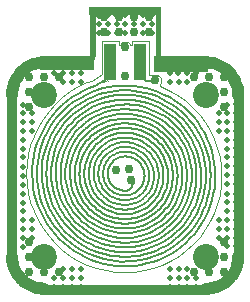
<source format=gbr>
G04 EAGLE Gerber RS-274X export*
G75*
%MOMM*%
%FSLAX34Y34*%
%LPD*%
%INBottom Copper*%
%IPPOS*%
%AMOC8*
5,1,8,0,0,1.08239X$1,22.5*%
G01*
%ADD10C,2.199994*%
%ADD11C,0.500000*%
%ADD12R,1.020000X3.169994*%
%ADD13R,0.411500X3.834094*%
%ADD14R,6.098288X0.638100*%
%ADD15R,0.609100X4.307194*%
%ADD16R,4.698994X1.236800*%
%ADD17R,0.949700X14.511069*%
%ADD18R,14.309775X0.825400*%
%ADD19R,0.953900X14.332375*%
%ADD20R,4.698988X1.338597*%
%ADD21C,0.000000*%
%ADD22C,0.200000*%
%ADD23C,0.999997*%
%ADD24C,0.756400*%


D10*
X137128Y137128D03*
X137128Y0D03*
X0Y0D03*
X0Y137128D03*
D11*
X53858Y189187D03*
X46406Y189128D03*
X61310Y189247D03*
X61191Y204151D03*
X61251Y196699D03*
X46287Y204032D03*
X46346Y196580D03*
X53798Y196639D03*
X53739Y204092D03*
X68762Y189307D03*
X68702Y196759D03*
X76155Y196818D03*
X76214Y189366D03*
X76095Y204270D03*
X68643Y204211D03*
X83666Y189426D03*
X83607Y196878D03*
X91059Y196938D03*
X91118Y189486D03*
X90999Y204390D03*
X83547Y204330D03*
X113622Y162586D03*
X106172Y162586D03*
X106234Y155194D03*
X106295Y147801D03*
X113745Y147801D03*
X121195Y147801D03*
X113684Y155194D03*
X121072Y162586D03*
X121134Y155194D03*
X128584Y155194D03*
X128522Y162586D03*
X135972Y162586D03*
X15932Y147801D03*
X908Y162586D03*
X8420Y155194D03*
X23381Y147801D03*
X30832Y147801D03*
X23320Y155194D03*
X15870Y155194D03*
X15808Y162586D03*
X8358Y162586D03*
X23258Y162586D03*
X30708Y162586D03*
X30770Y155194D03*
X-10672Y15932D03*
X-25457Y908D03*
X-18065Y8420D03*
X-10672Y23381D03*
X-10672Y30832D03*
X-18065Y23320D03*
X-18065Y15870D03*
X-25457Y15808D03*
X-25457Y8358D03*
X-25457Y23258D03*
X-25457Y30708D03*
X-18065Y30770D03*
X-18065Y38220D03*
X-25457Y38158D03*
X-25457Y45608D03*
X-18065Y45670D03*
X-18065Y53120D03*
X-25457Y53058D03*
X-25457Y60508D03*
X-18065Y60570D03*
X-18065Y68020D03*
X-25457Y67958D03*
X-25457Y75408D03*
X-18065Y75470D03*
X-25457Y135972D03*
X-25457Y128522D03*
X-18065Y128584D03*
X-18065Y121134D03*
X-25457Y121072D03*
X-18065Y113684D03*
X-10672Y121195D03*
X-10672Y113745D03*
X-10672Y106295D03*
X-18065Y106234D03*
X-25457Y106172D03*
X-25457Y98722D03*
X-18065Y98784D03*
X-18065Y91334D03*
X-25457Y91272D03*
X-25457Y83822D03*
X-18065Y83884D03*
X-25457Y113622D03*
X147801Y121195D03*
X162586Y136219D03*
X155194Y128707D03*
X147801Y113745D03*
X147801Y106295D03*
X155194Y113807D03*
X155194Y121257D03*
X162586Y121319D03*
X162586Y128769D03*
X162586Y113869D03*
X162586Y106419D03*
X155194Y106357D03*
X155194Y98907D03*
X162586Y98969D03*
X162586Y91519D03*
X155194Y91457D03*
X155194Y84007D03*
X162586Y84069D03*
X162586Y76619D03*
X155194Y76557D03*
X155194Y69107D03*
X162586Y69169D03*
X162586Y61719D03*
X155194Y61657D03*
X162586Y1155D03*
X162586Y8605D03*
X155194Y8543D03*
X155194Y15993D03*
X162586Y16055D03*
X155194Y23443D03*
X147801Y15932D03*
X147801Y23381D03*
X147801Y30832D03*
X155194Y30893D03*
X162586Y30955D03*
X162586Y38405D03*
X155194Y38343D03*
X155194Y45793D03*
X162586Y45855D03*
X162586Y53305D03*
X155194Y53243D03*
X162586Y23505D03*
X23505Y-25457D03*
X30955Y-25457D03*
X30893Y-18065D03*
X30832Y-10672D03*
X23381Y-10672D03*
X15932Y-10672D03*
X23443Y-18065D03*
X16055Y-25457D03*
X15993Y-18065D03*
X8543Y-18065D03*
X8605Y-25457D03*
X1155Y-25457D03*
X106357Y-18065D03*
X106419Y-25457D03*
X113869Y-25457D03*
X128769Y-25457D03*
X121319Y-25457D03*
X121257Y-18065D03*
X113807Y-18065D03*
X106295Y-10672D03*
X113745Y-10672D03*
X128707Y-18065D03*
X136219Y-25457D03*
X121195Y-10672D03*
D12*
X81259Y164746D03*
X55859Y164746D03*
D13*
X97001Y188079D03*
D14*
X68589Y208089D03*
D15*
X41143Y189743D03*
D16*
X19685Y163663D03*
D17*
X-27608Y69684D03*
D18*
X67738Y-28256D03*
D19*
X164789Y67851D03*
D20*
X116205Y162902D03*
D21*
X95258Y167785D02*
X94944Y169365D01*
X95258Y167785D02*
X96153Y166445D01*
X97493Y165550D01*
X99073Y165236D01*
X137128Y165236D01*
X137269Y165264D01*
X141531Y164928D01*
X145826Y163897D01*
X149906Y162207D01*
X153672Y159899D01*
X157031Y157031D01*
X159899Y153672D01*
X162207Y149906D01*
X163897Y145826D01*
X164928Y141531D01*
X165264Y137269D01*
X165236Y137128D01*
X165236Y0D01*
X165264Y-140D01*
X164928Y-4402D01*
X163897Y-8697D01*
X162207Y-12778D01*
X159899Y-16543D01*
X157031Y-19902D01*
X153672Y-22770D01*
X149906Y-25078D01*
X145826Y-26768D01*
X141531Y-27800D01*
X137269Y-28135D01*
X137128Y-28107D01*
X0Y-28107D01*
X-140Y-28135D01*
X-4402Y-27800D01*
X-8697Y-26768D01*
X-12778Y-25078D01*
X-16543Y-22770D01*
X-19902Y-19902D01*
X-22770Y-16543D01*
X-25078Y-12778D01*
X-26768Y-8697D01*
X-27800Y-4402D01*
X-28135Y-140D01*
X-28107Y0D01*
X-28107Y137128D01*
X-28135Y137269D01*
X-27800Y141531D01*
X-26768Y145826D01*
X-25078Y149906D01*
X-22770Y153672D01*
X-19902Y157031D01*
X-16543Y159899D01*
X-12778Y162207D01*
X-8697Y163897D01*
X-4402Y164928D01*
X-140Y165264D01*
X0Y165236D01*
X38054Y165236D01*
X39634Y165550D01*
X40974Y166445D01*
X41869Y167785D01*
X42183Y169365D01*
X42183Y207250D01*
X94944Y207250D01*
X94944Y169365D01*
X88359Y182595D02*
X74159Y182595D01*
X74159Y179003D01*
X72889Y178751D01*
X72378Y179984D01*
X71112Y181250D01*
X69459Y181935D01*
X67668Y181935D01*
X66014Y181250D01*
X64748Y179984D01*
X64229Y178731D01*
X62959Y178983D01*
X62959Y182595D01*
X48759Y182595D01*
X48759Y154213D01*
X40579Y149020D01*
X36361Y147510D01*
X28944Y144003D01*
X21907Y139785D01*
X15318Y134898D01*
X9239Y129388D01*
X3729Y123309D01*
X99060Y149001D02*
X98671Y150952D01*
X95912Y153711D02*
X93961Y154099D01*
X88409Y154099D01*
X88359Y154133D01*
X88359Y182595D01*
X53059Y149155D02*
X52768Y149120D01*
X52434Y149035D01*
X50542Y150678D02*
X50276Y150427D01*
X50978Y151514D02*
X50931Y151682D01*
X50820Y151833D01*
X53674Y148957D01*
X92023Y147394D02*
X92176Y147251D01*
X92023Y147394D02*
X91860Y147521D01*
X91686Y147634D01*
X91502Y147731D01*
X91307Y147814D01*
X91101Y147881D01*
X90884Y147934D01*
X90657Y147971D01*
X90419Y147994D01*
X90170Y148001D01*
X90170Y150001D01*
X90419Y150009D01*
X90657Y150031D01*
X90884Y150069D01*
X91101Y150121D01*
X91307Y150189D01*
X91502Y150271D01*
X91686Y150369D01*
X91860Y150481D01*
X92023Y150609D01*
X92176Y150751D01*
X92176Y147251D01*
X76171Y63627D02*
X76043Y63463D01*
X75931Y63289D01*
X75833Y63104D01*
X75751Y62909D01*
X75683Y62703D02*
X75631Y62486D01*
X75593Y62259D01*
X75571Y62021D01*
X75563Y61772D01*
X73563Y61772D02*
X73556Y62021D01*
X73533Y62259D01*
X73496Y62486D01*
X73443Y62703D01*
X73376Y62909D01*
X73293Y63104D01*
X73196Y63289D01*
X73083Y63463D01*
X72956Y63627D01*
X72813Y63778D01*
X76313Y63778D01*
X76171Y63627D01*
D22*
X69325Y55799D02*
X68932Y55785D01*
X69325Y55799D02*
X69716Y55840D01*
X70103Y55908D01*
X70485Y56003D01*
X70858Y56125D01*
X71223Y56272D01*
X71576Y56444D01*
X71916Y56641D01*
X72242Y56861D01*
X72552Y57103D01*
X72844Y57366D01*
X73117Y57649D01*
X73370Y57950D01*
X73601Y58268D01*
X73809Y58601D01*
X73994Y58948D01*
X74153Y59307D01*
X74288Y59676D01*
X74396Y60054D01*
X74478Y60439D01*
X74532Y60828D01*
X74560Y61220D01*
X74563Y61416D01*
X55906Y83960D02*
X56891Y84795D01*
X55906Y83960D02*
X54982Y83058D01*
X54123Y82094D01*
X53333Y81072D01*
X52616Y79998D01*
X51976Y78877D01*
X51416Y77713D01*
X50938Y76514D01*
X50546Y75284D01*
X50240Y74029D01*
X50022Y72757D01*
X49893Y71472D01*
X49855Y70181D01*
X49906Y68891D01*
X50048Y67607D01*
X50279Y66337D01*
X50597Y65085D01*
X51002Y63859D01*
X51492Y62665D01*
X52064Y61507D01*
X52715Y60392D01*
X53443Y59325D01*
X54243Y58312D01*
X55112Y57356D02*
X56045Y56464D01*
X60329Y53606D02*
X61511Y53087D01*
X62727Y52651D01*
X63970Y52302D01*
X65234Y52040D01*
X66513Y51866D01*
X67802Y51783D01*
X69092Y51788D01*
X66766Y84687D02*
X67775Y84762D01*
X66766Y84687D02*
X65765Y84541D01*
X54397Y74201D02*
X54157Y73218D01*
X53986Y72220D01*
X53885Y71213D01*
X53855Y70201D01*
X53896Y69190D02*
X54006Y68184D01*
X54187Y67188D02*
X54437Y66208D01*
X54754Y65247D01*
X55138Y64310D01*
X55586Y63403D01*
X56097Y62529D01*
X56667Y61693D01*
X57294Y60898D01*
X57975Y60150D02*
X58707Y59450D01*
X59485Y58804D01*
X60307Y58213D01*
X61168Y57681D01*
X62064Y57210D01*
X62990Y56804D01*
X63943Y56462D01*
X64918Y56188D01*
X65908Y55983D01*
X66911Y55847D01*
X67921Y55781D01*
X68932Y55785D01*
X52143Y49309D02*
X50721Y50491D01*
X52143Y49309D02*
X53645Y48230D01*
X55219Y47257D01*
X56856Y46397D01*
X58550Y45653D01*
X60291Y45029D01*
X62072Y44528D01*
X63883Y44153D01*
X65716Y43905D01*
X67562Y43785D01*
X69411Y43794D01*
X69571Y39798D02*
X71555Y39947D01*
X73524Y40234D01*
X75467Y40657D01*
X77377Y41215D01*
X79242Y41905D01*
X81056Y42723D01*
X82807Y43666D01*
X84489Y44729D01*
X86092Y45906D01*
X87610Y47192D01*
X89034Y48581D01*
X90357Y50066D01*
X91574Y51640D01*
X92678Y53295D01*
X93664Y55023D01*
X94527Y56815D01*
X95263Y58663D01*
X95868Y60558D01*
X96340Y62490D01*
X96675Y64451D01*
X96873Y66430D01*
X96933Y68419D01*
X96853Y70407D01*
X96635Y72384D01*
X96280Y74341D01*
X95789Y76269D01*
X95165Y78158D01*
X94411Y79998D01*
X93529Y81782D01*
X92526Y83499D01*
X91405Y85143D01*
X90173Y86704D01*
X88834Y88176D01*
X87397Y89551D01*
X85866Y90822D02*
X84251Y91983D01*
X82559Y93028D01*
X80798Y93953D01*
X78976Y94753D01*
X77104Y95424D01*
X75189Y95963D01*
X73241Y96367D01*
X71270Y96634D01*
X69285Y96762D01*
X67295Y96752D01*
X70241Y51874D02*
X69092Y51788D01*
X82470Y59602D02*
X83041Y60603D01*
X83541Y61640D01*
X83967Y62710D01*
X84317Y63807D01*
X84590Y64926D01*
X76611Y82606D02*
X75592Y83142D01*
X74537Y83605D01*
X73453Y83993D01*
X72344Y84305D01*
X70679Y47898D02*
X69252Y47791D01*
X70679Y47898D02*
X72095Y48105D01*
X73493Y48409D01*
X74867Y48810D01*
X76209Y49306D01*
X77513Y49895D01*
X78773Y50573D01*
X79983Y51337D01*
X81136Y52184D01*
X82228Y53110D01*
X83252Y54109D01*
X84204Y55177D01*
X85080Y56309D01*
X85874Y57499D01*
X86583Y58742D01*
X87204Y60031D01*
X87733Y61360D01*
X88168Y62724D01*
X88508Y64114D01*
X88749Y65524D01*
X88892Y66948D01*
X88935Y68378D01*
X88877Y69808D01*
X88721Y71230D01*
X88465Y72638D01*
X88112Y74024D01*
X87663Y75383D01*
X87120Y76707D01*
X86487Y77990D01*
X85765Y79226D01*
X84959Y80408D01*
X84072Y81531D01*
X83110Y82590D01*
X82075Y83578D01*
X80975Y84493D01*
X79813Y85328D02*
X78595Y86080D01*
X77329Y86746D01*
X76019Y87321D01*
X74672Y87804D01*
X73294Y88191D01*
X71893Y88482D01*
X70475Y88674D01*
X69047Y88767D01*
X67616Y88759D01*
X67615Y88759D01*
X67455Y92756D02*
X65889Y92639D01*
X64335Y92413D01*
X62801Y92078D01*
X61293Y91638D01*
X59820Y91093D01*
X58389Y90447D01*
X57006Y89703D01*
X55678Y88864D01*
X54412Y87935D01*
X53214Y86919D01*
X52090Y85823D01*
X51045Y84650D01*
X50084Y83408D01*
X49213Y82102D01*
X48435Y80738D01*
X47753Y79323D01*
X47172Y77864D02*
X46694Y76368D01*
X46322Y74842D01*
X46057Y73294D01*
X45901Y71731D01*
X45854Y70161D01*
X45916Y68592D01*
X46088Y67031D01*
X46369Y65486D01*
X46756Y63964D01*
X47249Y62473D01*
X47845Y61020D01*
X48540Y59612D01*
X49332Y58256D01*
X50217Y56958D01*
X51190Y55725D01*
X52247Y54564D01*
X53382Y53478D01*
X54590Y52475D01*
X55865Y51558D01*
X57201Y50733D01*
X58592Y50002D01*
X60030Y49371D01*
X61508Y48841D01*
X63020Y48416D01*
X64557Y48097D01*
X66114Y47886D01*
X67681Y47785D01*
X69251Y47792D01*
X69252Y47791D01*
X69411Y43794D02*
X71117Y43922D01*
X72809Y44169D01*
X74480Y44533D01*
X76121Y45012D01*
X77725Y45605D01*
X79284Y46309D01*
X80790Y47119D01*
X82236Y48033D01*
X83614Y49045D01*
X84919Y50151D01*
X86143Y51345D01*
X87281Y52621D01*
X88327Y53974D01*
X89276Y55397D02*
X90124Y56882D01*
X90865Y58423D02*
X91498Y60011D01*
X92018Y61640D01*
X92424Y63302D01*
X92712Y64987D01*
X92882Y66689D01*
X92934Y68398D01*
X92865Y70107D01*
X92678Y71807D01*
X92373Y73490D01*
X91951Y75147D01*
X91414Y76770D01*
X90765Y78353D01*
X90008Y79886D01*
X89146Y81363D01*
X88182Y82776D01*
X87123Y84118D01*
X85972Y85383D01*
X84736Y86565D01*
X83420Y87657D01*
X75887Y91615D02*
X74241Y92078D01*
X72567Y92425D01*
X72432Y31995D02*
X69891Y31804D01*
X72432Y31995D02*
X74953Y32362D01*
X77442Y32904D01*
X79888Y33619D01*
X82277Y34502D01*
X84600Y35550D01*
X86843Y36757D01*
X88997Y38118D01*
X91050Y39626D01*
X92994Y41273D01*
X94817Y43053D01*
X96513Y44954D01*
X101853Y53597D02*
X102796Y55964D01*
X103571Y58391D01*
X104175Y60866D01*
X104604Y63377D01*
X104858Y65912D01*
X104934Y68459D01*
X104832Y71004D01*
X104553Y73537D01*
X104098Y76043D01*
X103469Y78512D01*
X102670Y80931D01*
X101704Y83289D01*
X100576Y85573D01*
X99291Y87773D01*
X97856Y89878D01*
X96277Y91877D01*
X94563Y93762D01*
X92721Y95523D01*
X90761Y97150D01*
X88693Y98637D01*
X66977Y104746D02*
X66976Y104746D01*
X72869Y28019D02*
X70050Y27807D01*
X72869Y28019D02*
X75667Y28426D01*
X78429Y29028D01*
X81142Y29821D01*
X83794Y30801D01*
X86370Y31964D01*
X88860Y33303D01*
X91250Y34814D01*
X93528Y36487D01*
X95684Y38314D01*
X97708Y40288D01*
X105515Y51989D02*
X106560Y54615D01*
X107420Y57308D01*
X108090Y60054D01*
X108567Y62841D01*
X108849Y65653D01*
X108933Y68479D01*
X108820Y71304D01*
X108511Y74114D01*
X108006Y76895D01*
X107308Y79634D01*
X106421Y82319D01*
X105349Y84934D01*
X104097Y87469D01*
X102671Y89910D01*
X101079Y92245D01*
X99327Y94464D01*
X97425Y96555D01*
X95382Y98509D01*
X93207Y100315D01*
X73308Y24044D02*
X70210Y23811D01*
X73308Y24044D02*
X76381Y24491D01*
X79416Y25153D01*
X82398Y26024D01*
X85311Y27101D01*
X88142Y28378D01*
X90877Y29850D01*
X93503Y31509D01*
X96007Y33348D01*
X98376Y35357D01*
X100600Y37525D01*
X102666Y39844D01*
X104566Y42301D01*
X112933Y68501D02*
X112809Y71604D01*
X112469Y74692D01*
X111914Y77748D01*
X111148Y80758D01*
X110173Y83707D01*
X108995Y86581D01*
X107619Y89366D01*
X106053Y92048D01*
X104303Y94614D01*
X102378Y97052D01*
X100288Y99350D01*
X98043Y101496D01*
X95654Y103481D01*
X71994Y35971D02*
X69731Y35801D01*
X71994Y35971D02*
X74238Y36298D01*
X76455Y36781D01*
X78632Y37417D01*
X80760Y38204D01*
X84825Y40212D02*
X86743Y41424D01*
X88571Y42766D01*
X90302Y44233D01*
X91925Y45817D01*
X93435Y47511D01*
X94822Y49305D01*
X96081Y51192D01*
X97206Y53162D01*
X98190Y55206D02*
X99029Y57314D01*
X99719Y59475D01*
X100257Y61679D01*
X100639Y63915D01*
X100865Y66172D01*
X100933Y68439D01*
X100842Y70706D01*
X100594Y72961D01*
X95908Y85636D02*
X94630Y87511D01*
X93224Y89291D01*
X91698Y90969D01*
X83365Y9646D02*
X79239Y8748D01*
X83365Y9646D02*
X87419Y10831D01*
X91380Y12295D01*
X95229Y14032D01*
X98947Y16033D01*
X102517Y18289D01*
X105921Y20788D01*
X109142Y23519D01*
X112165Y26468D01*
X114975Y29620D01*
X117558Y32961D01*
X119902Y36473D01*
X121995Y40141D01*
X123827Y43946D02*
X125389Y47869D01*
X126674Y51891D02*
X127675Y55994D01*
X128387Y60156D01*
X128808Y64358D01*
X128934Y68579D01*
X128765Y72799D01*
X128303Y76996D01*
X125181Y89253D02*
X123580Y93160D01*
X121710Y96946D01*
X114584Y107396D02*
X111743Y110520D01*
X108691Y113438D01*
X105442Y116137D01*
X102013Y118601D01*
X98421Y120821D01*
X94683Y122785D01*
X90816Y124483D01*
X86841Y125908D01*
X82776Y127051D01*
X78641Y127909D01*
X74456Y128475D01*
X70242Y128749D01*
X66019Y128727D01*
X66018Y128727D01*
X117857Y50568D02*
X116501Y47163D01*
X117857Y50568D02*
X118972Y54058D01*
X119840Y57618D01*
X120458Y61230D01*
X120823Y64876D01*
X110751Y99347D02*
X108480Y102223D01*
X106015Y104934D01*
X103366Y107466D01*
X100547Y109808D01*
X97572Y111947D01*
X94454Y113873D01*
X91210Y115577D01*
X87855Y117051D01*
X84405Y118287D01*
X80878Y119279D01*
X77290Y120023D01*
X73658Y120515D01*
X70002Y120752D01*
X66337Y120733D01*
X78524Y12684D02*
X74622Y12115D01*
X78524Y12684D02*
X82378Y13523D01*
X86163Y14629D01*
X106450Y26478D02*
X109273Y29232D01*
X111897Y32176D01*
X120164Y45555D02*
X121623Y49219D01*
X122822Y52976D01*
X123757Y56807D01*
X124422Y60694D01*
X124815Y64618D02*
X124933Y68560D01*
X124775Y72500D01*
X124343Y76420D01*
X123639Y80300D01*
X122666Y84122D01*
X121428Y87866D01*
X119932Y91515D01*
X118186Y95051D01*
X116197Y98457D01*
X113975Y101715D01*
X111532Y104810D01*
X108878Y107728D01*
X106027Y110453D01*
X102994Y112973D01*
X99792Y115274D01*
X96437Y117348D01*
X92945Y119181D01*
X89335Y120767D01*
X85622Y122097D01*
X81826Y123165D02*
X77964Y123966D01*
X74056Y124495D01*
X70121Y124750D01*
X66177Y124730D01*
X75498Y4163D02*
X71008Y3826D01*
X75498Y4163D02*
X79953Y4812D01*
X84352Y5770D01*
X88673Y7033D01*
X92896Y8594D01*
X97000Y10446D01*
X100964Y12579D01*
X104770Y14984D01*
X108399Y17649D01*
X111833Y20560D01*
X115056Y23703D01*
X118051Y27064D01*
X120805Y30626D01*
X123304Y34371D01*
X125535Y38281D01*
X129154Y46520D02*
X130524Y50808D01*
X131591Y55182D01*
X132351Y59620D01*
X132260Y77573D02*
X131456Y82003D01*
X130345Y86366D01*
X128932Y90640D01*
X127225Y94806D01*
X125231Y98842D01*
X117635Y109983D02*
X114605Y113314D01*
X111351Y116425D01*
X107888Y119301D01*
X104232Y121929D01*
X100402Y124296D01*
X96417Y126389D01*
X92295Y128200D01*
X88056Y129718D01*
X83723Y130938D01*
X79314Y131851D01*
X74853Y132455D01*
X70360Y132747D01*
X65858Y132724D01*
X75936Y188D02*
X71168Y-168D01*
X75936Y188D02*
X80667Y877D01*
X85339Y1895D01*
X89928Y3236D01*
X94413Y4894D01*
X98771Y6860D01*
X102981Y9126D01*
X107023Y11680D01*
X110877Y14510D01*
X114524Y17601D01*
X117947Y20940D01*
X121128Y24509D01*
X124053Y28292D01*
X126706Y32269D01*
X129076Y36422D01*
X131150Y40729D01*
X132919Y45171D02*
X134374Y49726D01*
X135507Y54371D01*
X136313Y59083D01*
X136789Y63841D01*
X136932Y68620D01*
X136741Y73397D01*
X136217Y78150D01*
X135364Y82854D01*
X134184Y87488D01*
X132683Y92027D01*
X130870Y96451D01*
X128752Y100738D01*
X126341Y104866D01*
X123647Y108817D01*
X120685Y112570D01*
X117468Y116106D01*
X114012Y119410D01*
X110334Y122465D01*
X106452Y125256D01*
X102384Y127769D01*
X98151Y129993D01*
X93774Y131915D01*
X89273Y133528D01*
X84670Y134823D01*
X79989Y135793D01*
X75251Y136435D01*
X70479Y136744D01*
X65698Y136720D01*
X73746Y20068D02*
X70370Y19814D01*
X73746Y20068D02*
X77096Y20555D01*
X80404Y21276D01*
X83653Y22225D01*
X86828Y23399D01*
X89914Y24791D01*
X92895Y26396D01*
X95757Y28204D01*
X98485Y30207D01*
X101068Y32396D01*
X103491Y34760D01*
X105743Y37287D01*
X107814Y39965D01*
X109693Y42781D01*
X111371Y45722D01*
X112840Y48772D01*
X114092Y51917D02*
X115122Y55141D01*
X115924Y58430D01*
X116495Y61767D01*
X116832Y65135D01*
X116933Y68519D01*
X116798Y71902D01*
X116428Y75266D01*
X115823Y78597D01*
X114988Y81878D01*
X113925Y85092D01*
X112641Y88224D01*
X111142Y91259D01*
X109435Y94182D01*
X107528Y96979D01*
X105430Y99637D01*
X103152Y102141D01*
X100706Y104480D01*
X98101Y106643D01*
X95353Y108619D01*
X92473Y110399D01*
X89476Y111973D01*
X86377Y113334D01*
X83190Y114476D01*
X79931Y115393D01*
X76616Y116080D01*
X73262Y116534D01*
X69884Y116753D01*
X66498Y116736D01*
X66497Y116736D01*
X52507Y118223D02*
X49201Y117001D01*
X45988Y115551D01*
X42884Y113880D01*
X39904Y111997D01*
X37063Y109911D01*
X34374Y107632D01*
X31851Y105171D01*
X29505Y102540D01*
X27349Y99751D01*
X25393Y96819D01*
X23646Y93758D01*
X22117Y90581D01*
X20813Y87307D02*
X19740Y83949D01*
X18904Y80525D01*
X18310Y77050D01*
X17959Y73543D01*
X17854Y70020D01*
X17994Y66497D01*
X18380Y62994D01*
X19010Y59526D01*
X19880Y56110D01*
X20986Y52763D02*
X22323Y49502D01*
X23884Y46341D01*
X25662Y43297D01*
X27647Y40385D01*
X29832Y37618D01*
X32203Y35011D01*
X34751Y32575D01*
X37463Y30323D01*
X40325Y28265D01*
X43323Y26412D01*
X46444Y24773D01*
X49671Y23356D01*
X52989Y22167D01*
X56383Y21212D01*
X59834Y20497D01*
X63327Y20024D01*
X66844Y19796D01*
X70369Y19813D01*
X70370Y19814D01*
X62384Y124446D02*
X66177Y124730D01*
X62384Y124446D02*
X58620Y123898D01*
X54903Y123088D01*
X44216Y119137D02*
X40866Y117335D01*
X37650Y115303D01*
X34584Y113051D01*
X31682Y110591D01*
X28959Y107935D01*
X26428Y105095D01*
X24101Y102086D01*
X21990Y98921D01*
X20104Y95617D01*
X18454Y92190D02*
X17046Y88656D01*
X15889Y85032D01*
X14988Y81336D01*
X14346Y77587D01*
X13967Y73801D01*
X13854Y69999D01*
X14006Y66198D01*
X14422Y62417D01*
X15102Y58674D01*
X16040Y54988D01*
X17234Y51376D01*
X18677Y47856D01*
X20362Y44445D01*
X22280Y41160D01*
X24423Y38017D01*
X26780Y35032D01*
X29340Y32217D01*
X32090Y29589D01*
X35016Y27158D01*
X38105Y24938D01*
X41341Y22938D01*
X44709Y21169D01*
X48192Y19639D01*
X51773Y18356D01*
X55435Y17326D01*
X59160Y16554D01*
X62929Y16043D01*
X66725Y15797D01*
X70529Y15816D01*
X70529Y15817D01*
X57906Y127833D02*
X61947Y128422D01*
X57906Y127833D02*
X53916Y126964D01*
X49997Y125819D01*
X46167Y124403D01*
X38850Y120789D02*
X35398Y118607D01*
X32107Y116191D01*
X28992Y113550D01*
X26069Y110699D01*
X23352Y107651D01*
X20855Y104421D01*
X18588Y101024D01*
X16565Y97478D02*
X14793Y93799D01*
X13283Y90005D01*
X12040Y86116D01*
X11073Y82149D02*
X10384Y78124D01*
X9977Y74061D01*
X10019Y65900D02*
X10466Y61841D01*
X11195Y57824D01*
X12203Y53867D01*
X13484Y49990D01*
X15033Y46211D01*
X16841Y42551D01*
X18901Y39025D01*
X21201Y35651D01*
X23731Y32446D01*
X26478Y29426D01*
X29430Y26604D01*
X32571Y23995D01*
X35886Y21612D01*
X39360Y19466D01*
X42975Y17567D01*
X46713Y15925D01*
X50557Y14548D01*
X54488Y13442D01*
X58486Y12613D01*
X62533Y12065D01*
X66607Y11801D01*
X70689Y11820D01*
X61508Y132398D02*
X65858Y132724D01*
X61508Y132398D02*
X57191Y131769D01*
X52929Y130841D01*
X48742Y129617D01*
X44650Y128105D01*
X40673Y126310D01*
X36832Y124243D01*
X33144Y121913D01*
X29628Y119331D01*
X26300Y116510D01*
X23177Y113464D01*
X20275Y110208D01*
X17606Y106756D02*
X15185Y103128D01*
X13023Y99339D01*
X11130Y95408D02*
X9516Y91355D01*
X8189Y87199D01*
X7155Y82961D02*
X6419Y78662D01*
X5985Y74321D01*
X5854Y69960D01*
X7285Y56973D02*
X8362Y52745D01*
X9731Y48603D01*
X11385Y44567D01*
X13317Y40656D01*
X15518Y36889D01*
X17975Y33284D01*
X20678Y29860D01*
X23613Y26633D01*
X26767Y23618D01*
X30123Y20831D01*
X33665Y18285D01*
X37376Y15992D01*
X41238Y13963D01*
X45232Y12209D01*
X49339Y10737D01*
X53538Y9556D01*
X57810Y8670D01*
X62133Y8085D01*
X66486Y7802D01*
X70848Y7824D01*
X70849Y7823D01*
X61070Y136373D02*
X65698Y136720D01*
X61070Y136373D02*
X56477Y135704D01*
X51941Y134716D01*
X47486Y133415D01*
X43132Y131805D01*
X38901Y129896D01*
X34814Y127696D01*
X30890Y125217D01*
X27149Y122470D01*
X20285Y116227D02*
X17197Y112762D01*
X14358Y109090D01*
X11782Y105229D01*
X9481Y101198D01*
X7467Y97016D02*
X5750Y92703D01*
X4338Y88282D01*
X3238Y83772D01*
X2455Y79197D01*
X2548Y60687D02*
X3377Y56120D01*
X4522Y51622D01*
X5979Y47215D01*
X7739Y42920D01*
X9795Y38759D01*
X12136Y34751D01*
X14751Y30916D01*
X17627Y27272D01*
X20750Y23839D01*
X24105Y20631D01*
X27676Y17665D01*
X31445Y14956D01*
X60632Y140349D02*
X65539Y140717D01*
X60632Y140349D02*
X55763Y139640D01*
X50955Y138593D01*
X46231Y137213D01*
X41616Y135506D01*
X37130Y133482D01*
X32798Y131150D01*
X28637Y128521D01*
X24671Y125609D01*
X20917Y122427D01*
X17395Y118991D01*
X14121Y115318D01*
X11111Y111425D01*
X8379Y107332D01*
X5941Y103057D01*
X3806Y98624D01*
X1985Y94052D02*
X488Y89365D01*
X-677Y84584D01*
X-1507Y79734D01*
X-1997Y74837D01*
X-2144Y69919D01*
X-1947Y65002D01*
X-1408Y60110D01*
X-529Y55269D01*
X684Y50500D01*
X2228Y45828D01*
X4094Y41275D01*
X6274Y36863D01*
X8756Y32614D01*
X11528Y28548D01*
X14577Y24686D01*
X17888Y21045D01*
X21445Y17645D01*
X25230Y14501D01*
X33412Y9042D02*
X37769Y6753D01*
X42274Y4775D01*
X46906Y3115D01*
X51643Y1782D01*
X56462Y784D01*
X61338Y123D01*
X66249Y-194D01*
X71168Y-168D01*
X60194Y144326D02*
X65379Y144714D01*
X60194Y144326D02*
X55048Y143576D01*
X49967Y142469D01*
X44976Y141011D01*
X40098Y139208D01*
X35359Y137069D01*
X30779Y134605D01*
X26383Y131827D01*
X22192Y128749D01*
X18226Y125387D01*
X14503Y121756D01*
X11043Y117874D01*
X7862Y113760D01*
X4976Y109435D01*
X2399Y104918D01*
X143Y100233D01*
X-1780Y95402D01*
X-3362Y90448D02*
X-4595Y85397D01*
X-5472Y80271D01*
X-5989Y75097D01*
X-6145Y69899D01*
X-5937Y64703D01*
X-5368Y59535D01*
X-4439Y54418D01*
X-3156Y49379D01*
X-1524Y44441D01*
X447Y39630D01*
X2750Y34968D01*
X5373Y30477D01*
X8302Y26181D01*
X11524Y22099D01*
X15023Y18252D01*
X18782Y14659D01*
X22782Y11337D01*
X27004Y8301D01*
X31428Y5568D01*
X36031Y3150D01*
X40792Y1058D01*
X45688Y-694D01*
X50693Y-2102D01*
X55785Y-3158D01*
X60938Y-3856D01*
X66127Y-4193D01*
X71327Y-4166D01*
X71328Y-4165D01*
X38038Y142684D02*
X43163Y144622D01*
X38038Y142684D02*
X33061Y140393D01*
X28256Y137760D01*
X23646Y134799D01*
X19254Y131523D01*
X15101Y127949D01*
X11207Y124094D01*
X7592Y119976D01*
X4273Y115617D01*
X1266Y111036D01*
X-1413Y106257D01*
X-3753Y101303D01*
X-5742Y96197D01*
X-7370Y90965D01*
X-8628Y85633D01*
X-9512Y80225D01*
X-9239Y58377D02*
X-8220Y52993D01*
X-6828Y47693D01*
X-5070Y42504D01*
X-2954Y37450D01*
X-491Y32555D01*
X2307Y27845D01*
X5427Y23341D01*
X8854Y19066D01*
X12571Y15040D01*
X16560Y11284D01*
X20801Y7815D01*
X25274Y4649D01*
X29957Y1804D01*
X34826Y-706D01*
X39859Y-2872D01*
X45031Y-4681D01*
X50317Y-6125D01*
X55690Y-7198D01*
X61125Y-7892D01*
X66595Y-8206D01*
X71487Y-8162D01*
X76812Y-7763D01*
X82096Y-6993D01*
X87313Y-5857D01*
X92438Y-4359D01*
X97447Y-2508D01*
X102314Y-312D01*
X107016Y2217D01*
X111530Y5070D01*
X115834Y8230D01*
X119907Y11683D01*
X123729Y15411D01*
X127282Y19397D01*
X130548Y23622D01*
X133512Y28063D01*
X136158Y32701D01*
X138475Y37512D01*
X140450Y42472D01*
X142075Y47559D01*
X143341Y52746D01*
X144242Y58010D01*
X144773Y63323D02*
X144932Y68660D01*
X144719Y73995D01*
X144134Y79303D01*
X143181Y84556D01*
X141863Y89731D01*
X140187Y94801D01*
X138162Y99741D01*
X135798Y104529D01*
X133104Y109140D01*
X130097Y113551D01*
X126788Y117742D01*
X123195Y121693D01*
X119336Y125383D01*
X115228Y128794D01*
X110892Y131911D01*
X106350Y134718D01*
X101623Y137201D01*
X96734Y139348D01*
X91707Y141149D01*
X86567Y142595D01*
X81339Y143679D01*
X76047Y144395D01*
X70719Y144741D01*
X65379Y144714D01*
X76375Y-3787D02*
X71328Y-4165D01*
X76375Y-3787D02*
X81382Y-3057D01*
X86327Y-1980D01*
X91184Y-561D01*
X95930Y1192D01*
X100543Y3274D01*
X104999Y5672D01*
X109277Y8375D01*
X113356Y11370D01*
X117216Y14642D01*
X120838Y18176D01*
X124206Y21954D01*
X127301Y25957D01*
X130109Y30166D01*
X132617Y34562D01*
X134813Y39121D01*
X136685Y43822D01*
X138225Y48643D01*
X139424Y53559D01*
X140278Y58547D01*
X140781Y63582D02*
X140932Y68640D01*
X140730Y73697D01*
X140176Y78727D01*
X139272Y83706D01*
X138023Y88610D01*
X136435Y93415D01*
X134516Y98097D01*
X132275Y102634D01*
X129722Y107004D01*
X126872Y111184D01*
X123736Y115156D01*
X120331Y118900D01*
X116673Y122397D01*
X112781Y125630D01*
X108672Y128584D01*
X104367Y131244D01*
X99887Y133597D01*
X95254Y135632D01*
X90490Y137339D01*
X85618Y138709D01*
X80663Y139736D01*
X75649Y140415D01*
X70599Y140743D01*
X65539Y140717D01*
X66497Y116736D02*
X63261Y116494D01*
X60049Y116026D01*
X56878Y115335D01*
X53762Y114425D01*
X50718Y113299D01*
X47760Y111964D01*
X44902Y110426D01*
X42158Y108692D01*
X39542Y106771D01*
X37066Y104672D01*
X34743Y102406D01*
X32583Y99983D01*
X30598Y97416D01*
X28796Y94716D01*
X27188Y91897D01*
X25780Y88972D01*
X24579Y85957D01*
X23592Y82865D01*
X22822Y79712D01*
X22275Y76513D01*
X21952Y73283D02*
X21855Y70039D01*
X21984Y66796D01*
X22340Y63570D01*
X22920Y60376D01*
X23721Y57231D01*
X24739Y54150D01*
X25970Y51146D01*
X27408Y48236D01*
X29045Y45434D01*
X30873Y42752D01*
X32884Y40205D01*
X35068Y37804D01*
X37414Y35561D01*
X39911Y33487D01*
X42547Y31593D01*
X45308Y29886D01*
X48181Y28377D01*
X51153Y27072D01*
X54208Y25977D01*
X57332Y25099D01*
X60511Y24440D01*
X63727Y24004D01*
X66966Y23794D01*
X70210Y23811D01*
X63699Y112517D02*
X66657Y112739D01*
X63699Y112517D02*
X60764Y112090D01*
X57865Y111459D01*
X55018Y110627D01*
X52235Y109598D01*
X49532Y108378D01*
X46919Y106972D01*
X44412Y105387D01*
X42020Y103632D01*
X39758Y101713D01*
X37634Y99642D01*
X35661Y97428D01*
X33846Y95081D01*
X32200Y92613D01*
X30729Y90037D01*
X29442Y87364D01*
X28345Y84608D01*
X27442Y81782D01*
X26739Y78900D01*
X26239Y75976D01*
X25944Y73025D02*
X25855Y70060D01*
X25974Y67095D01*
X26298Y64147D01*
X26828Y61228D01*
X27560Y58353D01*
X28491Y55537D01*
X29616Y52792D01*
X30930Y50132D01*
X32426Y47571D01*
X34097Y45120D01*
X35935Y42791D01*
X37932Y40597D01*
X40076Y38547D01*
X42358Y36652D01*
X44766Y34920D01*
X47290Y33361D01*
X49916Y31981D01*
X52632Y30789D01*
X55425Y29788D01*
X58280Y28985D01*
X61185Y28382D01*
X64125Y27984D01*
X67085Y27792D01*
X70050Y27807D01*
X64137Y108542D02*
X66816Y108743D01*
X64137Y108542D02*
X61477Y108155D01*
X58852Y107583D01*
X56272Y106830D01*
X53752Y105898D01*
X51302Y104792D01*
X48936Y103519D01*
X46664Y102083D01*
X44499Y100493D01*
X42448Y98755D01*
X40525Y96879D01*
X38737Y94873D01*
X37093Y92747D01*
X35602Y90512D01*
X34270Y88178D01*
X33104Y85757D01*
X32110Y83260D01*
X31292Y80700D01*
X30655Y78090D01*
X30202Y75441D01*
X29934Y72767D02*
X29854Y70081D01*
X29961Y67396D01*
X30256Y64725D01*
X30736Y62081D01*
X31399Y59477D01*
X32242Y56925D01*
X33261Y54439D01*
X34452Y52029D01*
X35807Y49709D01*
X37320Y47489D01*
X38986Y45379D01*
X40794Y43391D01*
X42736Y41534D01*
X44803Y39818D01*
X46985Y38249D01*
X49271Y36836D01*
X51650Y35587D01*
X54111Y34506D01*
X56640Y33600D01*
X59227Y32872D01*
X61859Y32326D01*
X64522Y31966D01*
X67203Y31792D01*
X69890Y31805D01*
X69891Y31804D01*
X64575Y104566D02*
X66976Y104746D01*
X64575Y104566D02*
X62192Y104219D01*
X59839Y103707D01*
X57528Y103032D01*
X55269Y102196D01*
X53074Y101206D01*
X50954Y100065D01*
X48918Y98779D01*
X46977Y97353D01*
X45140Y95796D01*
X43416Y94115D01*
X41814Y92317D01*
X40341Y90412D01*
X39005Y88409D01*
X37811Y86318D01*
X36767Y84148D01*
X35876Y81911D01*
X35143Y79617D01*
X34572Y77278D01*
X34166Y74904D02*
X33926Y72508D01*
X33854Y70101D01*
X33950Y67695D01*
X34214Y65302D01*
X34644Y62932D01*
X35238Y60599D01*
X35994Y58312D01*
X36907Y56084D01*
X37974Y53925D01*
X39188Y51846D01*
X40545Y49856D01*
X42037Y47966D01*
X43657Y46185D01*
X45398Y44521D01*
X47250Y42982D01*
X49205Y41577D01*
X51254Y40311D01*
X53385Y39191D01*
X55590Y38222D01*
X57857Y37410D01*
X60175Y36758D01*
X62533Y36269D01*
X64919Y35946D01*
X67322Y35790D01*
X69730Y35802D01*
X69731Y35801D01*
X65013Y100590D02*
X67136Y100749D01*
X65013Y100590D02*
X62907Y100283D01*
X60827Y99830D01*
X58783Y99233D01*
X56787Y98495D01*
X54846Y97619D01*
X52971Y96610D01*
X51172Y95473D01*
X49456Y94213D01*
X47832Y92837D01*
X46308Y91350D01*
X44891Y89761D01*
X43589Y88077D01*
X42408Y86306D01*
X41352Y84457D01*
X40429Y82538D01*
X39641Y80561D01*
X38994Y78532D01*
X38489Y76464D02*
X38130Y74366D01*
X37918Y72248D01*
X37854Y70120D01*
X37939Y67993D01*
X38173Y65876D01*
X38553Y63782D01*
X39078Y61719D01*
X39746Y59697D01*
X40554Y57728D01*
X41497Y55819D01*
X42570Y53981D01*
X43770Y52222D01*
X45089Y50551D01*
X46521Y48976D01*
X48060Y47505D01*
X49698Y46144D01*
X51426Y44902D01*
X53237Y43783D01*
X55122Y42793D01*
X57071Y41937D01*
X59076Y41219D01*
X61125Y40642D01*
X63209Y40210D01*
X65319Y39924D01*
X67444Y39787D01*
X69571Y39798D01*
X74563Y61416D02*
X74563Y65563D01*
X83258Y151997D02*
X83258Y152339D01*
X83258Y151997D02*
X85359Y149896D01*
X85701Y149896D02*
X86595Y149001D01*
X55318Y152339D02*
X43163Y144622D01*
D23*
X164262Y139026D02*
X164328Y137128D01*
X164262Y139026D02*
X164064Y140914D01*
X163734Y142784D01*
X163275Y144626D01*
X162688Y146431D01*
X161977Y148192D01*
X161144Y149898D01*
X-9302Y162688D02*
X-11063Y161977D01*
X-14413Y160195D02*
X-15987Y159134D01*
X-17483Y157965D01*
X-18894Y156694D01*
X-24446Y149052D02*
X-25219Y147318D01*
X-25868Y145534D01*
X-26391Y143709D01*
X-26786Y141852D01*
X-27050Y139972D01*
X-27183Y138078D01*
X-27199Y137128D01*
X-22005Y-15987D02*
X-20836Y-17483D01*
X-19565Y-18894D01*
X-18200Y-20213D01*
X-16745Y-21433D01*
X-15210Y-22549D01*
X-13599Y-23555D01*
X-11923Y-24446D01*
X142784Y-26605D02*
X144626Y-26146D01*
X153116Y-22005D02*
X154612Y-20836D01*
X156023Y-19565D01*
X157342Y-18200D01*
X158562Y-16745D01*
X159678Y-15210D01*
X160684Y-13599D01*
X161576Y-11923D01*
X162348Y-10189D01*
X162997Y-8405D01*
D21*
X-1156Y116719D02*
X3729Y123309D01*
X-1156Y116719D02*
X-5374Y109683D01*
X-8882Y102266D01*
X-11645Y94541D01*
X-13639Y86583D01*
X-14843Y78468D01*
X-15245Y70273D01*
X-14843Y62079D01*
X-13639Y53964D01*
X-11645Y46005D01*
X-8882Y38281D01*
X-5374Y30864D01*
X-1156Y23827D01*
X3729Y17238D01*
X9239Y11159D01*
X15318Y5649D01*
X21907Y762D01*
X28944Y-3454D01*
X36361Y-6962D01*
X44085Y-9725D01*
X52044Y-11719D01*
X60159Y-12923D01*
X68353Y-13325D01*
X71130Y-13189D01*
X71487Y-13260D01*
X71690Y-13220D01*
X72080Y-13142D01*
X76431Y-12928D01*
X84352Y-11753D01*
X92120Y-9808D01*
X99660Y-7110D01*
X106898Y-3686D01*
X113767Y429D01*
X120199Y5199D01*
X126132Y10576D01*
X131510Y16510D01*
X136280Y22941D01*
X140397Y29810D01*
X143820Y37049D01*
X146518Y44588D01*
X148464Y52356D01*
X149639Y60277D01*
X150032Y68275D01*
X149639Y76273D01*
X148464Y84194D01*
X146518Y91962D01*
X143820Y99501D01*
X140397Y106740D01*
X136280Y113609D01*
X131510Y120040D01*
X126132Y125974D01*
X120199Y131351D01*
X113767Y136122D01*
X106898Y140238D01*
X99660Y143662D01*
X97981Y144263D01*
X97762Y145690D01*
X98671Y147050D01*
X99060Y149001D01*
X98671Y150952D02*
X97566Y152606D01*
X95912Y153711D01*
X53674Y148957D02*
X53512Y149073D01*
X53307Y149139D01*
X53059Y149155D01*
X52434Y149035D02*
X52057Y148899D01*
X51637Y148714D01*
X51174Y148477D01*
X50120Y147854D01*
X49101Y149577D01*
X49555Y149877D01*
X50276Y150427D01*
X50542Y150678D02*
X50745Y150912D01*
X50886Y151130D01*
X50963Y151330D01*
X50978Y151514D01*
X75751Y62909D02*
X75683Y62703D01*
X75563Y61772D02*
X73563Y61772D01*
D22*
X67615Y88759D02*
X66328Y88663D01*
X65050Y88477D01*
X63788Y88202D01*
X62549Y87840D01*
X61338Y87392D01*
X60161Y86861D01*
X59024Y86249D01*
X57932Y85559D01*
X56891Y84795D01*
X54243Y58312D02*
X55112Y57356D01*
X56045Y56464D02*
X57039Y55639D01*
X58087Y54885D01*
X59186Y54207D01*
X60329Y53606D01*
X64776Y84325D02*
X65765Y84541D01*
X64776Y84325D02*
X63804Y84041D01*
X62855Y83691D01*
X61933Y83274D01*
X61042Y82795D01*
X60186Y82254D01*
X59370Y81655D01*
X58598Y81001D01*
X57874Y80294D01*
X57200Y79538D01*
X56581Y78738D01*
X56019Y77896D01*
X55518Y77017D01*
X55079Y76105D01*
X54704Y75165D01*
X54397Y74201D01*
X53855Y70201D02*
X53896Y69190D01*
X54006Y68184D02*
X54187Y67188D01*
X57294Y60898D02*
X57975Y60150D01*
X65451Y96614D02*
X67295Y96752D01*
X65451Y96614D02*
X63620Y96348D01*
X61813Y95954D01*
X60038Y95435D01*
X58303Y94794D01*
X56617Y94033D01*
X54988Y93156D01*
X53424Y92168D01*
X51933Y91073D01*
X50523Y89877D01*
X49199Y88586D01*
X47968Y87205D01*
X46836Y85742D01*
X45810Y84203D01*
X44893Y82597D01*
X44090Y80930D01*
X43406Y79212D01*
X42843Y77450D01*
X42405Y75653D01*
X42093Y73829D01*
X41909Y71989D01*
X41854Y70140D01*
X41928Y68292D01*
X42130Y66453D01*
X42460Y64633D01*
X42917Y62841D01*
X43497Y61085D01*
X44199Y59373D01*
X45018Y57715D01*
X45951Y56117D01*
X46993Y54589D01*
X48139Y53138D01*
X49384Y51769D01*
X50721Y50491D01*
X85866Y90822D02*
X87397Y89551D01*
X71381Y52041D02*
X70241Y51874D01*
X71381Y52041D02*
X72506Y52286D01*
X73611Y52609D01*
X74692Y53008D01*
X75741Y53482D01*
X76756Y54028D01*
X77729Y54643D01*
X78657Y55325D01*
X79536Y56069D01*
X80360Y56873D01*
X81127Y57733D01*
X81831Y58644D01*
X82470Y59602D01*
X84590Y64926D02*
X84784Y66061D01*
X84899Y67207D01*
X84933Y68359D01*
X84887Y69509D01*
X84761Y70654D01*
X84555Y71787D01*
X84271Y72903D01*
X83910Y73997D01*
X83473Y75063D01*
X82963Y76095D01*
X82382Y77090D01*
X81733Y78041D01*
X81020Y78945D01*
X80245Y79797D01*
X79412Y80593D01*
X78526Y81329D01*
X77591Y82001D01*
X76611Y82606D01*
X72344Y84305D02*
X71217Y84539D01*
X70075Y84694D01*
X68926Y84768D01*
X67775Y84762D01*
X79813Y85328D02*
X80975Y84493D01*
X47753Y79323D02*
X47172Y77864D01*
X88327Y53974D02*
X89276Y55397D01*
X90124Y56882D02*
X90865Y58423D01*
X83420Y87657D02*
X82032Y88656D01*
X80577Y89555D01*
X79063Y90350D01*
X77497Y91038D01*
X75887Y91615D01*
X72567Y92425D02*
X70872Y92654D01*
X69165Y92765D01*
X67455Y92756D01*
X98071Y46970D02*
X96513Y44954D01*
X98071Y46970D02*
X99485Y49089D01*
X100748Y51302D01*
X101853Y53597D01*
X88693Y98637D02*
X86525Y99977D01*
X84270Y101161D01*
X81937Y102186D01*
X79539Y103045D01*
X77086Y103735D01*
X74592Y104252D01*
X72067Y104594D01*
X69525Y104759D01*
X66977Y104746D01*
X99589Y42399D02*
X97708Y40288D01*
X99589Y42399D02*
X101318Y44635D01*
X102887Y46986D01*
X104288Y49442D01*
X105515Y51989D01*
X93207Y100315D02*
X90912Y101965D01*
X88507Y103451D01*
X86004Y104766D01*
X83416Y105903D01*
X80755Y106856D01*
X78033Y107621D01*
X75266Y108195D01*
X72464Y108575D01*
X69643Y108757D01*
X66816Y108743D01*
X106290Y44885D02*
X104566Y42301D01*
X106290Y44885D02*
X107830Y47583D01*
X109177Y50381D01*
X110326Y53267D01*
X111271Y56226D01*
X112007Y59243D01*
X112531Y62305D01*
X112841Y65396D01*
X112933Y68501D01*
X95654Y103481D02*
X93132Y105294D01*
X90489Y106926D01*
X87739Y108371D01*
X84895Y109620D01*
X81971Y110668D01*
X78981Y111509D01*
X75940Y112139D01*
X72862Y112556D01*
X69762Y112757D01*
X66657Y112739D01*
X82828Y39137D02*
X80760Y38204D01*
X82828Y39137D02*
X84825Y40212D01*
X97206Y53162D02*
X98190Y55206D01*
X100594Y72961D02*
X100189Y75193D01*
X99629Y77391D01*
X98917Y79545D01*
X98056Y81644D01*
X97052Y83678D01*
X95908Y85636D01*
X91698Y90969D02*
X90058Y92537D01*
X88313Y93986D01*
X86471Y95310D01*
X84541Y96503D01*
X82533Y97558D01*
X80456Y98470D01*
X78320Y99235D01*
X76137Y99849D01*
X73916Y100310D01*
X71668Y100614D01*
X69404Y100761D01*
X67136Y100749D01*
X75060Y8139D02*
X70849Y7823D01*
X75060Y8139D02*
X79239Y8748D01*
X121995Y40141D02*
X123827Y43946D01*
X125389Y47869D02*
X126674Y51891D01*
X128303Y76996D02*
X127549Y81151D01*
X126506Y85243D01*
X125181Y89253D01*
X121710Y96946D02*
X119580Y100593D01*
X117201Y104082D01*
X114584Y107396D01*
X74184Y16091D02*
X70529Y15817D01*
X74184Y16091D02*
X77810Y16619D01*
X81390Y17400D01*
X84908Y18427D01*
X88345Y19698D01*
X91685Y21205D01*
X94912Y22942D01*
X98009Y24899D01*
X100963Y27068D01*
X103758Y29438D01*
X106382Y31996D01*
X108820Y34732D01*
X111061Y37631D01*
X113095Y40679D01*
X114911Y43861D01*
X116501Y47163D01*
X120823Y64876D02*
X120932Y68539D01*
X120786Y72201D01*
X120385Y75843D01*
X119731Y79449D01*
X118826Y83000D01*
X117676Y86479D01*
X116286Y89870D01*
X114663Y93155D01*
X112815Y96320D01*
X110751Y99347D01*
X74622Y12115D02*
X70689Y11820D01*
X86163Y14629D02*
X89862Y15997D01*
X93457Y17619D01*
X96929Y19488D01*
X100263Y21594D01*
X103442Y23928D01*
X106450Y26478D01*
X111897Y32176D02*
X114309Y35296D01*
X116498Y38577D01*
X118453Y42002D01*
X120164Y45555D01*
X124422Y60694D02*
X124815Y64618D01*
X85622Y122097D02*
X81826Y123165D01*
X127488Y42337D02*
X125535Y38281D01*
X127488Y42337D02*
X129154Y46520D01*
X132351Y59620D02*
X132799Y64099D01*
X132933Y68600D01*
X132753Y73098D01*
X132260Y77573D01*
X125231Y98842D02*
X122960Y102730D01*
X120424Y106450D01*
X117635Y109983D01*
X132919Y45171D02*
X131150Y40729D01*
X112840Y48772D02*
X114092Y51917D01*
X66337Y120733D02*
X62822Y120470D01*
X59334Y119962D01*
X55890Y119212D01*
X52507Y118223D01*
X22117Y90581D02*
X20813Y87307D01*
X19880Y56110D02*
X20986Y52763D01*
X51251Y122021D02*
X54903Y123088D01*
X51251Y122021D02*
X47683Y120702D01*
X44216Y119137D01*
X20104Y95617D02*
X18454Y92190D01*
X61947Y128422D02*
X66018Y128727D01*
X46167Y124403D02*
X42445Y122724D01*
X38850Y120789D01*
X18588Y101024D02*
X16565Y97478D01*
X12040Y86116D02*
X11073Y82149D01*
X9977Y74061D02*
X9855Y69980D01*
X10019Y65900D01*
X17606Y106756D02*
X20275Y110208D01*
X13023Y99339D02*
X11130Y95408D01*
X8189Y87199D02*
X7155Y82961D01*
X5854Y69960D02*
X6028Y65601D01*
X6506Y61265D01*
X7285Y56973D01*
X23608Y119468D02*
X27149Y122470D01*
X23608Y119468D02*
X20285Y116227D01*
X9481Y101198D02*
X7467Y97016D01*
X2455Y79197D02*
X1993Y74578D01*
X1854Y69939D01*
X2040Y65301D01*
X2548Y60687D01*
X31445Y14956D02*
X35393Y12516D01*
X39503Y10358D01*
X43753Y8491D01*
X48122Y6926D01*
X52590Y5669D01*
X57135Y4726D01*
X61735Y4104D01*
X66367Y3803D01*
X71008Y3826D01*
X1985Y94052D02*
X3806Y98624D01*
X25230Y14501D02*
X29226Y11628D01*
X33412Y9042D01*
X-3362Y90448D02*
X-1780Y95402D01*
X-9512Y80225D02*
X-10017Y74769D01*
X-10140Y69291D01*
X-9880Y63818D01*
X-9239Y58377D01*
X144242Y58010D02*
X144773Y63323D01*
X140781Y63582D02*
X140278Y58547D01*
X21952Y73283D02*
X22275Y76513D01*
X26239Y75976D02*
X25944Y73025D01*
X29934Y72767D02*
X30202Y75441D01*
X34166Y74904D02*
X34572Y77278D01*
X38489Y76464D02*
X38994Y78532D01*
X85359Y149896D02*
X85701Y149896D01*
X86595Y149001D02*
X93961Y149001D01*
D23*
X160195Y151542D02*
X161144Y149898D01*
X160195Y151542D02*
X159134Y153116D01*
X157965Y154612D01*
X156694Y156023D01*
X155329Y157342D01*
X153874Y158562D01*
X152339Y159678D01*
X150728Y160684D01*
X149052Y161576D01*
X147318Y162348D01*
X145534Y162997D01*
X143709Y163520D01*
X141852Y163915D01*
X139972Y164179D01*
X138078Y164312D01*
X137128Y164328D01*
X0Y164328D02*
X-1897Y164262D01*
X-3785Y164064D01*
X-5655Y163734D01*
X-7497Y163275D01*
X-9302Y162688D01*
X-11063Y161977D02*
X-12769Y161144D01*
X-14413Y160195D01*
X-18894Y156694D02*
X-20213Y155329D01*
X-21433Y153874D01*
X-22549Y152339D01*
X-23555Y150728D01*
X-24446Y149052D01*
X-27199Y0D02*
X-27133Y-1897D01*
X-26935Y-3785D01*
X-26605Y-5655D01*
X-26146Y-7497D01*
X-25559Y-9302D01*
X-24848Y-11063D01*
X-24015Y-12769D01*
X-23066Y-14413D01*
X-22005Y-15987D01*
X-11923Y-24446D02*
X-10189Y-25219D01*
X-8405Y-25868D01*
X-6580Y-26391D01*
X-4723Y-26786D01*
X-2843Y-27050D01*
X-949Y-27183D01*
X0Y-27199D01*
X137128Y-27199D02*
X139026Y-27133D01*
X140914Y-26935D01*
X142784Y-26605D01*
X144626Y-26146D02*
X146431Y-25559D01*
X148192Y-24848D01*
X149898Y-24015D01*
X151542Y-23066D01*
X153116Y-22005D01*
X162997Y-8405D02*
X163520Y-6580D01*
X163915Y-4723D01*
X164179Y-2843D01*
X164312Y-949D01*
X164328Y0D01*
D24*
X68500Y177500D03*
X68500Y153000D03*
X93500Y149500D03*
X73500Y65000D03*
X71500Y74300D03*
X61000Y73000D03*
X-12700Y152400D03*
X0Y152400D03*
X12700Y152400D03*
X0Y139700D03*
X-12700Y139700D03*
X-12700Y127000D03*
X-12700Y-12700D03*
X-12700Y0D03*
X-12700Y12700D03*
X0Y0D03*
X0Y-12700D03*
X12700Y-12700D03*
X152400Y-12700D03*
X139700Y-12700D03*
X127000Y-12700D03*
X139700Y0D03*
X152400Y0D03*
X152400Y12700D03*
X152400Y152400D03*
X152400Y139700D03*
X152400Y127000D03*
X139700Y139700D03*
X139700Y152400D03*
X127000Y152400D03*
X50800Y190500D03*
X63500Y190500D03*
X88900Y190500D03*
X76200Y190500D03*
X50800Y203200D03*
X63500Y203200D03*
X88900Y203200D03*
X76200Y203200D03*
M02*

</source>
